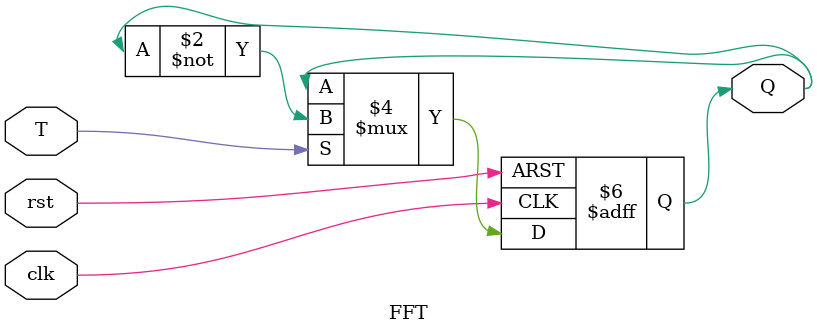
<source format=sv>
`timescale 1ns / 1ps
module FFT(clk, rst, T, Q);
	input clk, rst, T; 
	output reg Q;  
  
  always @ (posedge clk or posedge rst) 
   
    if (rst)  
      Q = 1;  
    else if (T)  
      Q = ~Q;  
    else  
      Q = Q;  
   
  
endmodule

</source>
